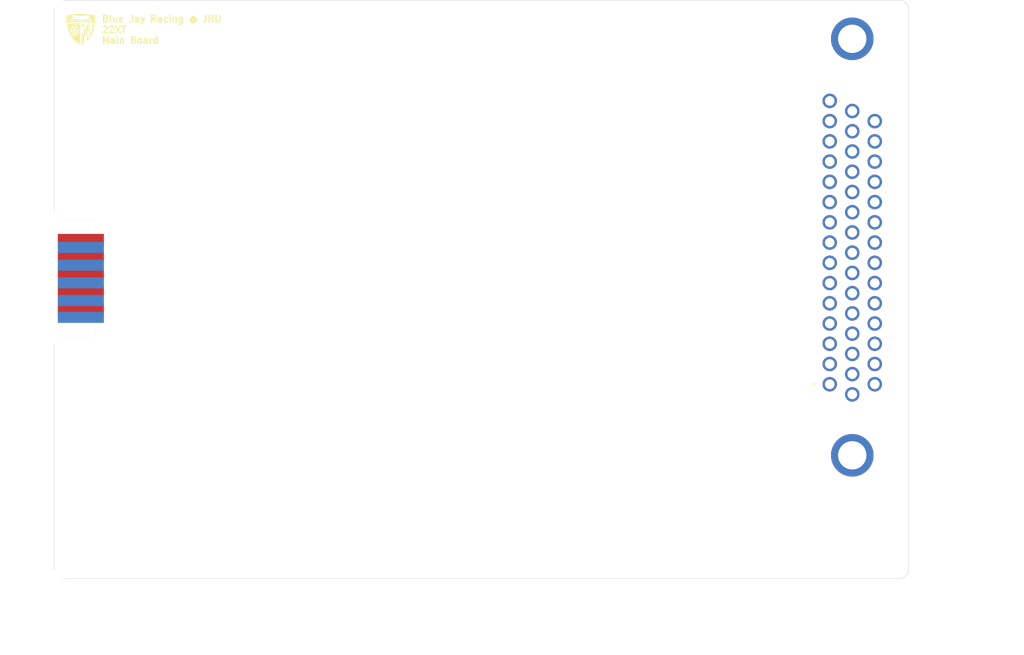
<source format=kicad_pcb>
(kicad_pcb (version 20241229) (generator "pcbnew") (generator_version "9.0")
  (layers (0 "F.Cu" signal) (4 "In1.Cu" power) (6 "In2.Cu" power) (2 "B.Cu" signal) (13 "F.Paste" user) (15 "B.Paste" user) (5 "F.SilkS" user "F.Silkscreen") (7 "B.SilkS" user "B.Silkscreen") (1 "F.Mask" user) (3 "B.Mask" user) (25 "Edge.Cuts" user))
  (net 0 "")
  (net 1 "GNDA")
  (net 2 "2V5")
  (net 3 "5V_usb")
  (net 4 "5V")
  (net 5 "11.1V_battery")
  (net 6 "sg1+")
  (net 7 "sg2+")
  (net 8 "3V3_out")
  (net 9 "SDA_mag")
  (net 10 "SCL_mag")
  (net 11 "DN6")
  (net 12 "AN5")
  (net 13 "DN4")
  (net 14 "AN4")
  (net 15 "DN5")
  (net 16 "RX-")
  (net 17 "DN2")
  (net 18 "GP{slash}Int1")
  (net 20 "AN10")
  (net 21 "RX+")
  (net 22 "AN2")
  (net 24 "AN3")
  (net 25 "DN1")
  (net 26 "usb-")
  (net 27 "AN1")
  (net 28 "TX-")
  (net 29 "sg_sense_1_FL")
  (net 30 "AN6")
  (net 31 "TX+")
  (net 32 "DN3")
  (net 33 "usb+")
  (net 34 "sg_sense_2_FR")
  (net 35 "AN7")
  (net 36 "AN8")
  (net 37 "GP{slash}Int2")
  (net 39 "AN9")
  (net 40 "5V_buck_PG")
  (net 43 "CANH")
  (net 45 "CANL")
  (net 46 "GNDD")
  (net 47 "B-")
  (footprint "22XT_Main:Double Sided Mezzanine Card Edge_Edge Side" (layer "F.Cu") (at 41.5 46.6)
    (property "Reference" "J1" (hide yes))
    (property "Value" "Mezzanine Edge")
    (fp_line (start 0 0.3) (end 0.25 0.05) (stroke (width 0.01)) (layer "Edge.Cuts"))
    (fp_line (start 0 10.7) (end 0 0.3) (stroke (width 0.01)) (layer "Edge.Cuts"))
    (fp_line (start 0 10.7) (end 0.25 10.95) (stroke (width 0.01)) (layer "Edge.Cuts"))
    (fp_line (start 0.25 0.05) (end 4.7 0.05) (stroke (width 0.01)) (layer "Edge.Cuts"))
    (fp_line (start 1 -1.1) (end 0 -2.1) (stroke (width 0.01)) (layer "Edge.Cuts"))
    (fp_line (start 1 12.1) (end 0 13.1) (stroke (width 0.01)) (layer "Edge.Cuts"))
    (fp_line (start 4.7 -1.1) (end 1 -1.1) (stroke (width 0.01)) (layer "Edge.Cuts"))
    (fp_line (start 4.7 0.05) (end 4.7 -1.1) (stroke (width 0.01)) (layer "Edge.Cuts"))
    (fp_line (start 4.7 10.95) (end 0.25 10.95) (stroke (width 0.01)) (layer "Edge.Cuts"))
    (fp_line (start 4.7 10.95) (end 4.7 12.1) (stroke (width 0.01)) (layer "Edge.Cuts"))
    (fp_line (start 4.7 12.1) (end 1 12.1) (stroke (width 0.01)) (layer "Edge.Cuts"))
    (pad "1" smd rect (at 3 1.1) (size 5.2 1.25) (layers "F.Cu" "F.Mask") (net 33 "usb+"))
    (pad "2" smd rect (at 3 3) (size 5.2 1.25) (layers "F.Cu" "F.Mask") (net 26 "usb-"))
    (pad "3" smd rect (at 3 5) (size 5.2 1.25) (layers "F.Cu" "F.Mask"))
    (pad "4" smd rect (at 3 7) (size 5.2 1.25) (layers "F.Cu" "F.Mask") (net 46 "GNDD"))
    (pad "5" smd rect (at 3 9) (size 5.2 1.25) (layers "F.Cu" "F.Mask") (net 3 "5V_usb"))
    (pad "6" smd rect (at 3 2) (size 5.2 1.25) (layers "B.Cu" "B.Mask") (net 31 "TX+"))
    (pad "7" smd rect (at 3 4) (size 5.2 1.25) (layers "B.Cu" "B.Mask") (net 28 "TX-"))
    (pad "8" smd rect (at 3 6) (size 5.2 1.25) (layers "B.Cu" "B.Mask"))
    (pad "9" smd rect (at 3 8) (size 5.2 1.25) (layers "B.Cu" "B.Mask") (net 21 "RX+"))
    (pad "10" smd rect (at 3 9.9) (size 5.2 1.25) (layers "B.Cu" "B.Mask") (net 16 "RX-"))
  )
  (footprint "22XT_Main:BJR_LOGO" (layer "F.Cu") (at 44.5 24)
    (property "Reference" "G***" (hide yes))
    (property "Value" "BJR_LOGO" (hide yes))
  )
  (footprint "22XT_Main:aaren_mouser_db44_screws" (layer "F.Cu") (at 129.022 64.05495 90)
    (property "Reference" "J4" (hide yes))
    (property "Value" "DB44 (Analog | Digital)" (hide yes))
    (pad "1" thru_hole circle (at 0 0 90) (size 1.638 1.638) (drill 1.0922) (layers "*.Cu" "*.Mask"))
    (pad "2" thru_hole circle (at 2.286 0 90) (size 1.638 1.638) (drill 1.0922) (layers "*.Cu" "*.Mask") (net 40 "5V_buck_PG"))
    (pad "3" thru_hole circle (at 4.572 0 90) (size 1.638 1.638) (drill 1.0922) (layers "*.Cu" "*.Mask"))
    (pad "4" thru_hole circle (at 6.858 0 90) (size 1.638 1.638) (drill 1.0922) (layers "*.Cu" "*.Mask") (net 2 "2V5"))
    (pad "5" thru_hole circle (at 9.144 0 90) (size 1.638 1.638) (drill 1.0922) (layers "*.Cu" "*.Mask") (net 2 "2V5"))
    (pad "6" thru_hole circle (at 11.43 0 90) (size 1.638 1.638) (drill 1.0922) (layers "*.Cu" "*.Mask") (net 32 "DN3"))
    (pad "7" thru_hole circle (at 13.716 0 90) (size 1.638 1.638) (drill 1.0922) (layers "*.Cu" "*.Mask") (net 17 "DN2"))
    (pad "8" thru_hole circle (at 16.002 0 90) (size 1.638 1.638) (drill 1.0922) (layers "*.Cu" "*.Mask") (net 25 "DN1"))
    (pad "9" thru_hole circle (at 18.288 0 90) (size 1.638 1.638) (drill 1.0922) (layers "*.Cu" "*.Mask") (net 10 "SCL_mag"))
    (pad "10" thru_hole circle (at 20.574 0 90) (size 1.638 1.638) (drill 1.0922) (layers "*.Cu" "*.Mask") (net 12 "AN5"))
    (pad "11" thru_hole circle (at 22.86 0 90) (size 1.638 1.638) (drill 1.0922) (layers "*.Cu" "*.Mask") (net 14 "AN4"))
    (pad "12" thru_hole circle (at 25.146 0 90) (size 1.638 1.638) (drill 1.0922) (layers "*.Cu" "*.Mask") (net 24 "AN3"))
    (pad "13" thru_hole circle (at 27.432 0 90) (size 1.638 1.638) (drill 1.0922) (layers "*.Cu" "*.Mask") (net 22 "AN2"))
    (pad "14" thru_hole circle (at 29.718 0 90) (size 1.638 1.638) (drill 1.0922) (layers "*.Cu" "*.Mask") (net 27 "AN1"))
    (pad "15" thru_hole circle (at 32.004 0 90) (size 1.638 1.638) (drill 1.0922) (layers "*.Cu" "*.Mask") (net 18 "GP{slash}Int1"))
    (pad "16" thru_hole circle (at -1.143 2.54 90) (size 1.638 1.638) (drill 1.0922) (layers "*.Cu" "*.Mask") (net 47 "B-"))
    (pad "17" thru_hole circle (at 1.143 2.54 90) (size 1.638 1.638) (drill 1.0922) (layers "*.Cu" "*.Mask") (net 5 "11.1V_battery"))
    (pad "18" thru_hole circle (at 3.429 2.54 90) (size 1.638 1.638) (drill 1.0922) (layers "*.Cu" "*.Mask") (net 7 "sg2+"))
    (pad "19" thru_hole circle (at 5.715 2.54 90) (size 1.638 1.638) (drill 1.0922) (layers "*.Cu" "*.Mask") (net 34 "sg_sense_2_FR"))
    (pad "20" thru_hole circle (at 8.001 2.54 90) (size 1.638 1.638) (drill 1.0922) (layers "*.Cu" "*.Mask") (net 6 "sg1+"))
    (pad "21" thru_hole circle (at 10.287 2.54 90) (size 1.638 1.638) (drill 1.0922) (layers "*.Cu" "*.Mask") (net 11 "DN6"))
    (pad "22" thru_hole circle (at 12.573 2.54 90) (size 1.638 1.638) (drill 1.0922) (layers "*.Cu" "*.Mask") (net 15 "DN5"))
    (pad "23" thru_hole circle (at 14.859 2.54 90) (size 1.638 1.638) (drill 1.0922) (layers "*.Cu" "*.Mask") (net 13 "DN4"))
    (pad "24" thru_hole circle (at 17.145 2.54 90) (size 1.638 1.638) (drill 1.0922) (layers "*.Cu" "*.Mask") (net 9 "SDA_mag"))
    (pad "25" thru_hole circle (at 19.431 2.54 90) (size 1.638 1.638) (drill 1.0922) (layers "*.Cu" "*.Mask") (net 20 "AN10"))
    (pad "26" thru_hole circle (at 21.717 2.54 90) (size 1.638 1.638) (drill 1.0922) (layers "*.Cu" "*.Mask") (net 39 "AN9"))
    (pad "27" thru_hole circle (at 24.003 2.54 90) (size 1.638 1.638) (drill 1.0922) (layers "*.Cu" "*.Mask") (net 36 "AN8"))
    (pad "28" thru_hole circle (at 26.289 2.54 90) (size 1.638 1.638) (drill 1.0922) (layers "*.Cu" "*.Mask") (net 35 "AN7"))
    (pad "29" thru_hole circle (at 28.575 2.54 90) (size 1.638 1.638) (drill 1.0922) (layers "*.Cu" "*.Mask") (net 30 "AN6"))
    (pad "30" thru_hole circle (at 30.861 2.54 90) (size 1.638 1.638) (drill 1.0922) (layers "*.Cu" "*.Mask") (net 37 "GP{slash}Int2"))
    (pad "31" thru_hole circle (at 0 5.08 90) (size 1.638 1.638) (drill 1.0922) (layers "*.Cu" "*.Mask") (net 47 "B-"))
    (pad "32" thru_hole circle (at 2.286 5.08 90) (size 1.638 1.638) (drill 1.0922) (layers "*.Cu" "*.Mask") (net 5 "11.1V_battery"))
    (pad "33" thru_hole circle (at 4.572 5.08 90) (size 1.638 1.638) (drill 1.0922) (layers "*.Cu" "*.Mask"))
    (pad "34" thru_hole circle (at 6.858 5.08 90) (size 1.638 1.638) (drill 1.0922) (layers "*.Cu" "*.Mask") (net 29 "sg_sense_1_FL"))
    (pad "35" thru_hole circle (at 9.144 5.08 90) (size 1.638 1.638) (drill 1.0922) (layers "*.Cu" "*.Mask"))
    (pad "36" thru_hole circle (at 11.43 5.08 90) (size 1.638 1.638) (drill 1.0922) (layers "*.Cu" "*.Mask") (net 46 "GNDD"))
    (pad "37" thru_hole circle (at 13.716 5.08 90) (size 1.638 1.638) (drill 1.0922) (layers "*.Cu" "*.Mask") (net 46 "GNDD"))
    (pad "38" thru_hole circle (at 16.002 5.08 90) (size 1.638 1.638) (drill 1.0922) (layers "*.Cu" "*.Mask") (net 8 "3V3_out"))
    (pad "39" thru_hole circle (at 18.288 5.08 90) (size 1.638 1.638) (drill 1.0922) (layers "*.Cu" "*.Mask") (net 45 "CANL"))
    (pad "40" thru_hole circle (at 20.574 5.08 90) (size 1.638 1.638) (drill 1.0922) (layers "*.Cu" "*.Mask") (net 43 "CANH"))
    (pad "41" thru_hole circle (at 22.86 5.08 90) (size 1.638 1.638) (drill 1.0922) (layers "*.Cu" "*.Mask") (net 1 "GNDA"))
    (pad "42" thru_hole circle (at 25.146 5.08 90) (size 1.638 1.638) (drill 1.0922) (layers "*.Cu" "*.Mask") (net 1 "GNDA"))
    (pad "43" thru_hole circle (at 27.432 5.08 90) (size 1.638 1.638) (drill 1.0922) (layers "*.Cu" "*.Mask") (net 4 "5V"))
    (pad "44" thru_hole circle (at 29.718 5.08 90) (size 1.638 1.638) (drill 1.0922) (layers "*.Cu" "*.Mask") (net 4 "5V"))
    (pad "MH1" thru_hole circle (at -8.026 2.54 90) (size 4.801 4.801) (drill 3.2004) (layers "*.Cu" "*.Mask"))
    (pad "MH2" thru_hole circle (at 39.014 2.54 90) (size 4.801 4.801) (drill 3.2004) (layers "*.Cu" "*.Mask"))
  )
  (gr_line (start 136.9 86) (end 42.5 86) (stroke (width 0.05)) (layer "Edge.Cuts"))
  (gr_line (start 137.9 85) (end 137.899949 21.67995) (stroke (width 0.05)) (layer "Edge.Cuts"))
  (gr_arc (start 136.9 20.67995) (mid 137.607089 20.972846) (end 137.9 21.67995) (stroke (width 0.05)) (layer "Edge.Cuts"))
  (gr_line (start 41.5 44.500118) (end 41.5 21.67995) (stroke (width 0.05)) (layer "Edge.Cuts"))
  (gr_arc (start 137.9 85) (mid 137.607107 85.707107) (end 136.9 86) (stroke (width 0.05)) (layer "Edge.Cuts"))
  (gr_line (start 41.5 59.7) (end 41.5 85) (stroke (width 0.05)) (layer "Edge.Cuts"))
  (gr_line (start 136.9 20.67995) (end 42.5 20.67995) (stroke (width 0.05)) (layer "Edge.Cuts"))
  (gr_text "Blue Jay Racing @ JHU\n22XT\nMain Board" (at 46.8 25.65 0) (layer "F.SilkS") (effects (font (size 0.75 0.75) (thickness 0.15) (bold yes)) (justify left bottom)))
)
</source>
